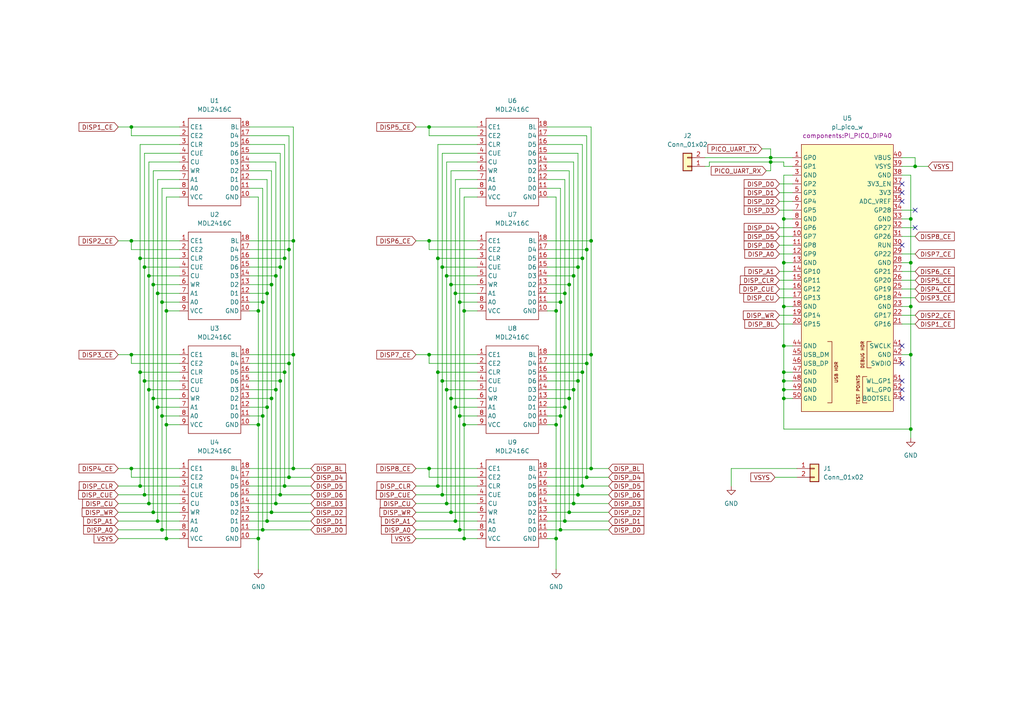
<source format=kicad_sch>
(kicad_sch (version 20211123) (generator eeschema)
  (paper "A4")
  (lib_symbols
    (symbol "Connector_Generic:Conn_01x02" (pin_names (offset 1.016) hide)
      (property "Reference" "J" (at 0 2.54 0))
      (property "Value" "Conn_01x02" (at 0 -5.08 0))
      (symbol "Conn_01x02_1_1"
        (rectangle (start -1.27 -2.413) (end 0 -2.667) (stroke (width 0.1524)))
        (rectangle (start -1.27 0.127) (end 0 -0.127) (stroke (width 0.1524)))
        (rectangle (start -1.27 1.27) (end 1.27 -3.81) (stroke (width 0.254)) (fill (type background)))
        (pin passive line (at -5.08 0 0) (length 3.81) (name "Pin_1") (number "1"))
        (pin passive line (at -5.08 -2.54 0) (length 3.81) (name "Pin_2") (number "2"))
      )
    )
    (symbol "MyComponents:MDL2416C"
      (property "Reference" "U" (at 0 0 0))
      (property "Value" "MDL2416C" (at 0 -15.24 0))
      (symbol "MDL2416C_0_1"
        (polyline (pts (xy 7.62 12.7) (xy 7.62 -12.7) (xy -7.62 -12.7) (xy -7.62 12.7) (xy 7.62 12.7)))
      )
      (symbol "MDL2416C_1_1"
        (pin input line (at -10.16 10.16 0) (length 2.54) (name "CE1") (number "1"))
        (pin power_in line (at 10.16 -10.16 180) (length 2.54) (name "GND") (number "10"))
        (pin input line (at 10.16 -7.62 180) (length 2.54) (name "D0") (number "11"))
        (pin input line (at 10.16 -5.08 180) (length 2.54) (name "D1") (number "12"))
        (pin input line (at 10.16 -2.54 180) (length 2.54) (name "D2") (number "13"))
        (pin input line (at 10.16 0 180) (length 2.54) (name "D3") (number "14"))
        (pin input line (at 10.16 2.54 180) (length 2.54) (name "D6") (number "15"))
        (pin input line (at 10.16 5.08 180) (length 2.54) (name "D5") (number "16"))
        (pin input line (at 10.16 7.62 180) (length 2.54) (name "D4") (number "17"))
        (pin input line (at 10.16 10.16 180) (length 2.54) (name "BL") (number "18"))
        (pin input line (at -10.16 7.62 0) (length 2.54) (name "CE2") (number "2"))
        (pin input line (at -10.16 5.08 0) (length 2.54) (name "CLR") (number "3"))
        (pin input line (at -10.16 2.54 0) (length 2.54) (name "CUE") (number "4"))
        (pin input line (at -10.16 0 0) (length 2.54) (name "CU") (number "5"))
        (pin input line (at -10.16 -2.54 0) (length 2.54) (name "WR") (number "6"))
        (pin input line (at -10.16 -5.08 0) (length 2.54) (name "A1") (number "7"))
        (pin input line (at -10.16 -7.62 0) (length 2.54) (name "A0") (number "8"))
        (pin power_in line (at -10.16 -10.16 0) (length 2.54) (name "VCC") (number "9"))
      )
    )
    (symbol "MyComponents:pi_pico_w"
      (property "Reference" "U" (at 0 15.24 0))
      (property "Value" "pi_pico_w" (at 0 29.21 0))
      (property "Footprint" "components:pi_pico_w" (at 0 -24.13 0))
      (symbol "pi_pico_w_0_0"
        (polyline (pts (xy 5.08 -44.45) (xy 3.81 -44.45) (xy 3.81 -36.83) (xy 5.08 -36.83)))
        (text "DEBUG HDR" (at 3.81 -30.48 900) (effects (font (size 0.9 0.9))))
        (text "TEST POINTS" (at 2.54 -40.64 900) (effects (font (size 0.9 0.9))))
        (text "USB HDR" (at -3.81 -35.56 900) (effects (font (size 0.9 0.9))))
      )
      (symbol "pi_pico_w_0_1"
        (rectangle (start -13.97 30.48) (end 12.7 -46.99) (fill (type background)))
        (polyline (pts (xy -6.35 -44.45) (xy -5.08 -44.45) (xy -5.08 -26.67) (xy -6.35 -26.67)))
        (polyline (pts (xy 6.35 -26.67) (xy 5.08 -26.67) (xy 5.08 -34.29) (xy 6.35 -34.29)))
      )
      (symbol "pi_pico_w_1_1"
        (pin bidirectional line (at -16.51 26.67 0) (length 2.54) (name "GP0") (number "1"))
        (pin bidirectional line (at -16.51 3.81 0) (length 2.54) (name "GP7") (number "10"))
        (pin bidirectional line (at -16.51 1.27 0) (length 2.54) (name "GP8") (number "11"))
        (pin bidirectional line (at -16.51 -1.27 0) (length 2.54) (name "GP9") (number "12"))
        (pin bidirectional line (at -16.51 -3.81 0) (length 2.54) (name "GND") (number "13"))
        (pin bidirectional line (at -16.51 -6.35 0) (length 2.54) (name "GP10") (number "14"))
        (pin bidirectional line (at -16.51 -8.89 0) (length 2.54) (name "GP11") (number "15"))
        (pin bidirectional line (at -16.51 -11.43 0) (length 2.54) (name "GP12") (number "16"))
        (pin bidirectional line (at -16.51 -13.97 0) (length 2.54) (name "GP13") (number "17"))
        (pin bidirectional line (at -16.51 -16.51 0) (length 2.54) (name "GND") (number "18"))
        (pin bidirectional line (at -16.51 -19.05 0) (length 2.54) (name "GP14") (number "19"))
        (pin bidirectional line (at -16.51 24.13 0) (length 2.54) (name "GP1") (number "2"))
        (pin bidirectional line (at -16.51 -21.59 0) (length 2.54) (name "GP15") (number "20"))
        (pin bidirectional line (at 15.24 -21.59 180) (length 2.54) (name "GP16") (number "21"))
        (pin bidirectional line (at 15.24 -19.05 180) (length 2.54) (name "GP17") (number "22"))
        (pin bidirectional line (at 15.24 -16.51 180) (length 2.54) (name "GND") (number "23"))
        (pin bidirectional line (at 15.24 -13.97 180) (length 2.54) (name "GP18") (number "24"))
        (pin bidirectional line (at 15.24 -11.43 180) (length 2.54) (name "GP19") (number "25"))
        (pin bidirectional line (at 15.24 -8.89 180) (length 2.54) (name "GP20") (number "26"))
        (pin bidirectional line (at 15.24 -6.35 180) (length 2.54) (name "GP21") (number "27"))
        (pin bidirectional line (at 15.24 -3.81 180) (length 2.54) (name "GND") (number "28"))
        (pin bidirectional line (at 15.24 -1.27 180) (length 2.54) (name "GP22") (number "29"))
        (pin bidirectional line (at -16.51 21.59 0) (length 2.54) (name "GND") (number "3"))
        (pin bidirectional line (at 15.24 1.27 180) (length 2.54) (name "RUN") (number "30"))
        (pin bidirectional line (at 15.24 3.81 180) (length 2.54) (name "GP26") (number "31"))
        (pin bidirectional line (at 15.24 6.35 180) (length 2.54) (name "GP27") (number "32"))
        (pin bidirectional line (at 15.24 8.89 180) (length 2.54) (name "GND") (number "33"))
        (pin bidirectional line (at 15.24 11.43 180) (length 2.54) (name "GP28") (number "34"))
        (pin input line (at 15.24 13.97 180) (length 2.54) (name "ADC_VREF") (number "35"))
        (pin power_out line (at 15.24 16.51 180) (length 2.54) (name "3V3") (number "36"))
        (pin input line (at 15.24 19.05 180) (length 2.54) (name "3V3_EN") (number "37"))
        (pin bidirectional line (at 15.24 21.59 180) (length 2.54) (name "GND") (number "38"))
        (pin power_in line (at 15.24 24.13 180) (length 2.54) (name "VSYS") (number "39"))
        (pin bidirectional line (at -16.51 19.05 0) (length 2.54) (name "GP2") (number "4"))
        (pin power_in line (at 15.24 26.67 180) (length 2.54) (name "VBUS") (number "40"))
        (pin bidirectional line (at 15.24 -27.94 180) (length 2.54) (name "SWCLK") (number "41"))
        (pin bidirectional line (at 15.24 -30.48 180) (length 2.54) (name "GND") (number "42"))
        (pin bidirectional line (at 15.24 -33.02 180) (length 2.54) (name "SWDIO") (number "43"))
        (pin bidirectional line (at -16.51 -27.94 0) (length 2.54) (name "GND") (number "44"))
        (pin bidirectional line (at -16.51 -30.48 0) (length 2.54) (name "USB_DM") (number "45"))
        (pin bidirectional line (at -16.51 -33.02 0) (length 2.54) (name "USB_DP") (number "46"))
        (pin bidirectional line (at -16.51 -35.56 0) (length 2.54) (name "GND") (number "47"))
        (pin bidirectional line (at -16.51 -38.1 0) (length 2.54) (name "GND") (number "48"))
        (pin bidirectional line (at -16.51 -40.64 0) (length 2.54) (name "GND") (number "49"))
        (pin bidirectional line (at -16.51 16.51 0) (length 2.54) (name "GP3") (number "5"))
        (pin bidirectional line (at -16.51 -43.18 0) (length 2.54) (name "GND") (number "50"))
        (pin bidirectional line (at 15.24 -38.1 180) (length 2.54) (name "WL_GP1") (number "51"))
        (pin bidirectional line (at 15.24 -40.64 180) (length 2.54) (name "WL_GP0") (number "52"))
        (pin bidirectional line (at 15.24 -43.18 180) (length 2.54) (name "BOOTSEL") (number "53"))
        (pin bidirectional line (at -16.51 13.97 0) (length 2.54) (name "GP4") (number "6"))
        (pin bidirectional line (at -16.51 11.43 0) (length 2.54) (name "GP5") (number "7"))
        (pin bidirectional line (at -16.51 8.89 0) (length 2.54) (name "GND") (number "8"))
        (pin bidirectional line (at -16.51 6.35 0) (length 2.54) (name "GP6") (number "9"))
      )
    )
    (symbol "power:GND" (power) (pin_names (offset 0))
      (property "Value" "GND" (at 0 -3.81 0))
      (symbol "GND_0_1"
        (polyline (pts (xy 0 0) (xy 0 -1.27) (xy 1.27 -1.27) (xy 0 -2.54) (xy -1.27 -1.27) (xy 0 -1.27)))
      )
      (symbol "GND_1_1"
        (pin power_in line (at 0 0 270) (length 0) hide (name "GND") (number "1"))
      )
    )
  )
  (junction (at 265.43 48.26))
  (junction (at 81.28 143.51))
  (junction (at 38.1 36.83))
  (junction (at 264.16 63.5))
  (junction (at 264.16 124.46))
  (junction (at 168.91 140.97))
  (junction (at 38.1 102.87))
  (junction (at 44.45 115.57))
  (junction (at 83.82 105.41))
  (junction (at 227.33 63.5))
  (junction (at 170.18 138.43))
  (junction (at 134.62 123.19))
  (junction (at 44.45 148.59))
  (junction (at 132.08 151.13))
  (junction (at 124.46 36.83))
  (junction (at 78.74 148.59))
  (junction (at 134.62 156.21))
  (junction (at 48.26 90.17))
  (junction (at 264.16 102.87))
  (junction (at 74.93 90.17))
  (junction (at 165.1 148.59))
  (junction (at 161.29 123.19))
  (junction (at 76.2 120.65))
  (junction (at 223.52 45.72))
  (junction (at 227.33 110.49))
  (junction (at 41.91 77.47))
  (junction (at 124.46 135.89))
  (junction (at 132.08 85.09))
  (junction (at 133.35 87.63))
  (junction (at 43.18 80.01))
  (junction (at 170.18 72.39))
  (junction (at 128.27 143.51))
  (junction (at 132.08 118.11))
  (junction (at 129.54 113.03))
  (junction (at 124.46 69.85))
  (junction (at 76.2 87.63))
  (junction (at 83.82 138.43))
  (junction (at 81.28 77.47))
  (junction (at 171.45 69.85))
  (junction (at 171.45 102.87))
  (junction (at 170.18 105.41))
  (junction (at 223.52 46.99))
  (junction (at 163.83 118.11))
  (junction (at 166.37 146.05))
  (junction (at 82.55 74.93))
  (junction (at 130.81 82.55))
  (junction (at 133.35 153.67))
  (junction (at 82.55 107.95))
  (junction (at 133.35 120.65))
  (junction (at 85.09 69.85))
  (junction (at 165.1 82.55))
  (junction (at 81.28 110.49))
  (junction (at 128.27 77.47))
  (junction (at 38.1 135.89))
  (junction (at 161.29 156.21))
  (junction (at 129.54 80.01))
  (junction (at 264.16 76.2))
  (junction (at 128.27 110.49))
  (junction (at 167.64 110.49))
  (junction (at 227.33 76.2))
  (junction (at 78.74 115.57))
  (junction (at 74.93 156.21))
  (junction (at 45.72 85.09))
  (junction (at 264.16 88.9))
  (junction (at 40.64 74.93))
  (junction (at 83.82 72.39))
  (junction (at 44.45 82.55))
  (junction (at 227.33 100.33))
  (junction (at 48.26 156.21))
  (junction (at 171.45 135.89))
  (junction (at 134.62 90.17))
  (junction (at 80.01 80.01))
  (junction (at 166.37 113.03))
  (junction (at 130.81 115.57))
  (junction (at 46.99 153.67))
  (junction (at 77.47 118.11))
  (junction (at 38.1 69.85))
  (junction (at 41.91 110.49))
  (junction (at 127 140.97))
  (junction (at 40.64 107.95))
  (junction (at 227.33 113.03))
  (junction (at 165.1 115.57))
  (junction (at 76.2 153.67))
  (junction (at 85.09 135.89))
  (junction (at 46.99 120.65))
  (junction (at 127 107.95))
  (junction (at 45.72 118.11))
  (junction (at 161.29 90.17))
  (junction (at 162.56 87.63))
  (junction (at 43.18 113.03))
  (junction (at 168.91 74.93))
  (junction (at 77.47 151.13))
  (junction (at 80.01 146.05))
  (junction (at 227.33 107.95))
  (junction (at 166.37 80.01))
  (junction (at 48.26 123.19))
  (junction (at 80.01 113.03))
  (junction (at 74.93 123.19))
  (junction (at 85.09 102.87))
  (junction (at 77.47 85.09))
  (junction (at 167.64 77.47))
  (junction (at 43.18 146.05))
  (junction (at 129.54 146.05))
  (junction (at 124.46 102.87))
  (junction (at 46.99 87.63))
  (junction (at 167.64 143.51))
  (junction (at 162.56 120.65))
  (junction (at 40.64 140.97))
  (junction (at 162.56 153.67))
  (junction (at 227.33 88.9))
  (junction (at 41.91 143.51))
  (junction (at 78.74 82.55))
  (junction (at 163.83 151.13))
  (junction (at 127 74.93))
  (junction (at 82.55 140.97))
  (junction (at 163.83 85.09))
  (junction (at 130.81 148.59))
  (junction (at 45.72 151.13))
  (junction (at 227.33 115.57))
  (junction (at 168.91 107.95))
  (no_connect (at 261.62 100.33))
  (no_connect (at 265.43 66.04))
  (no_connect (at 261.62 105.41))
  (no_connect (at 261.62 110.49))
  (no_connect (at 261.62 53.34))
  (no_connect (at 261.62 55.88))
  (no_connect (at 261.62 71.12))
  (no_connect (at 261.62 58.42))
  (no_connect (at 261.62 113.03))
  (no_connect (at 265.43 60.96))
  (no_connect (at 261.62 115.57))
  (wire (pts (xy 264.16 102.87) (xy 261.62 102.87)))
  (wire (pts (xy 133.35 120.65) (xy 133.35 153.67)))
  (wire (pts (xy 82.55 140.97) (xy 90.17 140.97)))
  (wire (pts (xy 129.54 113.03) (xy 138.43 113.03)))
  (wire (pts (xy 167.64 110.49) (xy 167.64 143.51)))
  (wire (pts (xy 72.39 85.09) (xy 77.47 85.09)))
  (wire (pts (xy 167.64 143.51) (xy 176.53 143.51)))
  (wire (pts (xy 80.01 46.99) (xy 80.01 80.01)))
  (wire (pts (xy 44.45 82.55) (xy 44.45 115.57)))
  (wire (pts (xy 83.82 105.41) (xy 83.82 138.43)))
  (wire (pts (xy 72.39 41.91) (xy 82.55 41.91)))
  (wire (pts (xy 227.33 113.03) (xy 227.33 115.57)))
  (wire (pts (xy 229.87 50.8) (xy 227.33 50.8)))
  (wire (pts (xy 261.62 91.44) (xy 265.43 91.44)))
  (wire (pts (xy 52.07 44.45) (xy 41.91 44.45)))
  (wire (pts (xy 226.06 81.28) (xy 229.87 81.28)))
  (wire (pts (xy 78.74 82.55) (xy 72.39 82.55)))
  (wire (pts (xy 226.06 71.12) (xy 229.87 71.12)))
  (wire (pts (xy 158.75 85.09) (xy 163.83 85.09)))
  (wire (pts (xy 48.26 90.17) (xy 48.26 123.19)))
  (wire (pts (xy 76.2 54.61) (xy 76.2 87.63)))
  (wire (pts (xy 43.18 46.99) (xy 43.18 80.01)))
  (wire (pts (xy 76.2 87.63) (xy 76.2 120.65)))
  (wire (pts (xy 34.29 151.13) (xy 45.72 151.13)))
  (wire (pts (xy 120.65 148.59) (xy 130.81 148.59)))
  (wire (pts (xy 72.39 105.41) (xy 83.82 105.41)))
  (wire (pts (xy 222.25 49.53) (xy 223.52 49.53)))
  (wire (pts (xy 52.07 57.15) (xy 48.26 57.15)))
  (wire (pts (xy 162.56 120.65) (xy 162.56 153.67)))
  (wire (pts (xy 162.56 54.61) (xy 162.56 87.63)))
  (wire (pts (xy 34.29 148.59) (xy 44.45 148.59)))
  (wire (pts (xy 138.43 123.19) (xy 134.62 123.19)))
  (wire (pts (xy 161.29 156.21) (xy 158.75 156.21)))
  (wire (pts (xy 132.08 118.11) (xy 138.43 118.11)))
  (wire (pts (xy 76.2 153.67) (xy 90.17 153.67)))
  (wire (pts (xy 46.99 54.61) (xy 46.99 87.63)))
  (wire (pts (xy 43.18 80.01) (xy 52.07 80.01)))
  (wire (pts (xy 129.54 46.99) (xy 129.54 80.01)))
  (wire (pts (xy 46.99 120.65) (xy 52.07 120.65)))
  (wire (pts (xy 227.33 115.57) (xy 229.87 115.57)))
  (wire (pts (xy 78.74 115.57) (xy 78.74 148.59)))
  (wire (pts (xy 261.62 60.96) (xy 265.43 60.96)))
  (wire (pts (xy 226.06 60.96) (xy 229.87 60.96)))
  (wire (pts (xy 158.75 135.89) (xy 171.45 135.89)))
  (wire (pts (xy 83.82 138.43) (xy 90.17 138.43)))
  (wire (pts (xy 80.01 146.05) (xy 72.39 146.05)))
  (wire (pts (xy 162.56 153.67) (xy 158.75 153.67)))
  (wire (pts (xy 38.1 39.37) (xy 52.07 39.37)))
  (wire (pts (xy 223.52 46.99) (xy 227.33 46.99)))
  (wire (pts (xy 162.56 87.63) (xy 158.75 87.63)))
  (wire (pts (xy 166.37 146.05) (xy 158.75 146.05)))
  (wire (pts (xy 38.1 135.89) (xy 52.07 135.89)))
  (wire (pts (xy 41.91 77.47) (xy 52.07 77.47)))
  (wire (pts (xy 52.07 36.83) (xy 38.1 36.83)))
  (wire (pts (xy 77.47 118.11) (xy 72.39 118.11)))
  (wire (pts (xy 82.55 140.97) (xy 72.39 140.97)))
  (wire (pts (xy 158.75 49.53) (xy 165.1 49.53)))
  (wire (pts (xy 41.91 44.45) (xy 41.91 77.47)))
  (wire (pts (xy 168.91 140.97) (xy 176.53 140.97)))
  (wire (pts (xy 34.29 140.97) (xy 40.64 140.97)))
  (wire (pts (xy 227.33 50.8) (xy 227.33 63.5)))
  (wire (pts (xy 261.62 86.36) (xy 265.43 86.36)))
  (wire (pts (xy 170.18 72.39) (xy 170.18 105.41)))
  (wire (pts (xy 78.74 148.59) (xy 72.39 148.59)))
  (wire (pts (xy 77.47 151.13) (xy 90.17 151.13)))
  (wire (pts (xy 41.91 77.47) (xy 41.91 110.49)))
  (wire (pts (xy 83.82 72.39) (xy 72.39 72.39)))
  (wire (pts (xy 261.62 88.9) (xy 264.16 88.9)))
  (wire (pts (xy 165.1 148.59) (xy 176.53 148.59)))
  (wire (pts (xy 166.37 113.03) (xy 166.37 146.05)))
  (wire (pts (xy 72.39 52.07) (xy 77.47 52.07)))
  (wire (pts (xy 264.16 63.5) (xy 264.16 76.2)))
  (wire (pts (xy 132.08 85.09) (xy 132.08 118.11)))
  (wire (pts (xy 72.39 36.83) (xy 85.09 36.83)))
  (wire (pts (xy 130.81 49.53) (xy 130.81 82.55)))
  (wire (pts (xy 227.33 63.5) (xy 227.33 76.2)))
  (wire (pts (xy 138.43 54.61) (xy 133.35 54.61)))
  (wire (pts (xy 124.46 105.41) (xy 124.46 102.87)))
  (wire (pts (xy 48.26 90.17) (xy 52.07 90.17)))
  (wire (pts (xy 124.46 138.43) (xy 124.46 135.89)))
  (wire (pts (xy 48.26 123.19) (xy 48.26 156.21)))
  (wire (pts (xy 78.74 82.55) (xy 78.74 115.57)))
  (wire (pts (xy 224.79 138.43) (xy 231.14 138.43)))
  (wire (pts (xy 41.91 143.51) (xy 52.07 143.51)))
  (wire (pts (xy 165.1 115.57) (xy 158.75 115.57)))
  (wire (pts (xy 74.93 156.21) (xy 74.93 165.1)))
  (wire (pts (xy 72.39 39.37) (xy 83.82 39.37)))
  (wire (pts (xy 81.28 77.47) (xy 81.28 110.49)))
  (wire (pts (xy 77.47 118.11) (xy 77.47 151.13)))
  (wire (pts (xy 227.33 88.9) (xy 227.33 100.33)))
  (wire (pts (xy 133.35 87.63) (xy 133.35 120.65)))
  (wire (pts (xy 45.72 118.11) (xy 45.72 151.13)))
  (wire (pts (xy 227.33 63.5) (xy 229.87 63.5)))
  (wire (pts (xy 226.06 68.58) (xy 229.87 68.58)))
  (wire (pts (xy 264.16 124.46) (xy 264.16 127)))
  (wire (pts (xy 229.87 100.33) (xy 227.33 100.33)))
  (wire (pts (xy 161.29 123.19) (xy 158.75 123.19)))
  (wire (pts (xy 261.62 78.74) (xy 265.43 78.74)))
  (wire (pts (xy 85.09 69.85) (xy 85.09 102.87)))
  (wire (pts (xy 130.81 82.55) (xy 138.43 82.55)))
  (wire (pts (xy 120.65 36.83) (xy 124.46 36.83)))
  (wire (pts (xy 226.06 83.82) (xy 229.87 83.82)))
  (wire (pts (xy 166.37 146.05) (xy 176.53 146.05)))
  (wire (pts (xy 80.01 80.01) (xy 72.39 80.01)))
  (wire (pts (xy 133.35 120.65) (xy 138.43 120.65)))
  (wire (pts (xy 168.91 74.93) (xy 158.75 74.93)))
  (wire (pts (xy 82.55 74.93) (xy 72.39 74.93)))
  (wire (pts (xy 170.18 39.37) (xy 170.18 72.39)))
  (wire (pts (xy 128.27 110.49) (xy 138.43 110.49)))
  (wire (pts (xy 227.33 88.9) (xy 229.87 88.9)))
  (wire (pts (xy 45.72 52.07) (xy 45.72 85.09)))
  (wire (pts (xy 77.47 85.09) (xy 77.47 118.11)))
  (wire (pts (xy 227.33 110.49) (xy 227.33 113.03)))
  (wire (pts (xy 165.1 49.53) (xy 165.1 82.55)))
  (wire (pts (xy 138.43 52.07) (xy 132.08 52.07)))
  (wire (pts (xy 138.43 44.45) (xy 128.27 44.45)))
  (wire (pts (xy 161.29 156.21) (xy 161.29 165.1)))
  (wire (pts (xy 264.16 50.8) (xy 264.16 63.5)))
  (wire (pts (xy 38.1 72.39) (xy 38.1 69.85)))
  (wire (pts (xy 166.37 113.03) (xy 158.75 113.03)))
  (wire (pts (xy 40.64 140.97) (xy 52.07 140.97)))
  (wire (pts (xy 76.2 120.65) (xy 76.2 153.67)))
  (wire (pts (xy 162.56 87.63) (xy 162.56 120.65)))
  (wire (pts (xy 128.27 44.45) (xy 128.27 77.47)))
  (wire (pts (xy 261.62 76.2) (xy 264.16 76.2)))
  (wire (pts (xy 72.39 135.89) (xy 85.09 135.89)))
  (wire (pts (xy 134.62 90.17) (xy 134.62 123.19)))
  (wire (pts (xy 229.87 107.95) (xy 227.33 107.95)))
  (wire (pts (xy 44.45 115.57) (xy 52.07 115.57)))
  (wire (pts (xy 265.43 45.72) (xy 265.43 48.26)))
  (wire (pts (xy 132.08 118.11) (xy 132.08 151.13)))
  (wire (pts (xy 85.09 69.85) (xy 72.39 69.85)))
  (wire (pts (xy 158.75 107.95) (xy 168.91 107.95)))
  (wire (pts (xy 72.39 90.17) (xy 74.93 90.17)))
  (wire (pts (xy 124.46 36.83) (xy 124.46 39.37)))
  (wire (pts (xy 129.54 80.01) (xy 138.43 80.01)))
  (wire (pts (xy 82.55 107.95) (xy 82.55 140.97)))
  (wire (pts (xy 40.64 107.95) (xy 40.64 140.97)))
  (wire (pts (xy 138.43 72.39) (xy 124.46 72.39)))
  (wire (pts (xy 261.62 63.5) (xy 264.16 63.5)))
  (wire (pts (xy 134.62 123.19) (xy 134.62 156.21)))
  (wire (pts (xy 226.06 73.66) (xy 229.87 73.66)))
  (wire (pts (xy 261.62 81.28) (xy 265.43 81.28)))
  (wire (pts (xy 168.91 41.91) (xy 168.91 74.93)))
  (wire (pts (xy 133.35 153.67) (xy 138.43 153.67)))
  (wire (pts (xy 120.65 140.97) (xy 127 140.97)))
  (wire (pts (xy 220.98 43.18) (xy 223.52 43.18)))
  (wire (pts (xy 78.74 115.57) (xy 72.39 115.57)))
  (wire (pts (xy 227.33 124.46) (xy 264.16 124.46)))
  (wire (pts (xy 129.54 146.05) (xy 138.43 146.05)))
  (wire (pts (xy 124.46 72.39) (xy 124.46 69.85)))
  (wire (pts (xy 212.09 135.89) (xy 212.09 140.97)))
  (wire (pts (xy 261.62 50.8) (xy 264.16 50.8)))
  (wire (pts (xy 168.91 140.97) (xy 158.75 140.97)))
  (wire (pts (xy 81.28 44.45) (xy 81.28 77.47)))
  (wire (pts (xy 74.93 123.19) (xy 72.39 123.19)))
  (wire (pts (xy 120.65 143.51) (xy 128.27 143.51)))
  (wire (pts (xy 264.16 76.2) (xy 264.16 88.9)))
  (wire (pts (xy 132.08 52.07) (xy 132.08 85.09)))
  (wire (pts (xy 128.27 77.47) (xy 138.43 77.47)))
  (wire (pts (xy 45.72 118.11) (xy 52.07 118.11)))
  (wire (pts (xy 83.82 72.39) (xy 83.82 105.41)))
  (wire (pts (xy 74.93 123.19) (xy 74.93 156.21)))
  (wire (pts (xy 171.45 69.85) (xy 158.75 69.85)))
  (wire (pts (xy 158.75 44.45) (xy 167.64 44.45)))
  (wire (pts (xy 120.65 135.89) (xy 124.46 135.89)))
  (wire (pts (xy 77.47 52.07) (xy 77.47 85.09)))
  (wire (pts (xy 120.65 156.21) (xy 134.62 156.21)))
  (wire (pts (xy 72.39 44.45) (xy 81.28 44.45)))
  (wire (pts (xy 226.06 78.74) (xy 229.87 78.74)))
  (wire (pts (xy 45.72 85.09) (xy 52.07 85.09)))
  (wire (pts (xy 158.75 52.07) (xy 163.83 52.07)))
  (wire (pts (xy 158.75 105.41) (xy 170.18 105.41)))
  (wire (pts (xy 223.52 46.99) (xy 223.52 49.53)))
  (wire (pts (xy 34.29 156.21) (xy 48.26 156.21)))
  (wire (pts (xy 130.81 82.55) (xy 130.81 115.57)))
  (wire (pts (xy 34.29 102.87) (xy 38.1 102.87)))
  (wire (pts (xy 134.62 156.21) (xy 138.43 156.21)))
  (wire (pts (xy 167.64 44.45) (xy 167.64 77.47)))
  (wire (pts (xy 163.83 52.07) (xy 163.83 85.09)))
  (wire (pts (xy 167.64 143.51) (xy 158.75 143.51)))
  (wire (pts (xy 138.43 41.91) (xy 127 41.91)))
  (wire (pts (xy 41.91 110.49) (xy 41.91 143.51)))
  (wire (pts (xy 48.26 57.15) (xy 48.26 90.17)))
  (wire (pts (xy 226.06 58.42) (xy 229.87 58.42)))
  (wire (pts (xy 205.74 46.99) (xy 223.52 46.99)))
  (wire (pts (xy 138.43 138.43) (xy 124.46 138.43)))
  (wire (pts (xy 163.83 85.09) (xy 163.83 118.11)))
  (wire (pts (xy 81.28 77.47) (xy 72.39 77.47)))
  (wire (pts (xy 227.33 76.2) (xy 227.33 88.9)))
  (wire (pts (xy 43.18 113.03) (xy 43.18 146.05)))
  (wire (pts (xy 138.43 49.53) (xy 130.81 49.53)))
  (wire (pts (xy 34.29 153.67) (xy 46.99 153.67)))
  (wire (pts (xy 46.99 87.63) (xy 46.99 120.65)))
  (wire (pts (xy 170.18 138.43) (xy 176.53 138.43)))
  (wire (pts (xy 161.29 57.15) (xy 161.29 90.17)))
  (wire (pts (xy 52.07 41.91) (xy 40.64 41.91)))
  (wire (pts (xy 134.62 57.15) (xy 134.62 90.17)))
  (wire (pts (xy 40.64 107.95) (xy 52.07 107.95)))
  (wire (pts (xy 158.75 90.17) (xy 161.29 90.17)))
  (wire (pts (xy 227.33 100.33) (xy 227.33 107.95)))
  (wire (pts (xy 46.99 120.65) (xy 46.99 153.67)))
  (wire (pts (xy 120.65 151.13) (xy 132.08 151.13)))
  (wire (pts (xy 227.33 48.26) (xy 229.87 48.26)))
  (wire (pts (xy 161.29 90.17) (xy 161.29 123.19)))
  (wire (pts (xy 165.1 148.59) (xy 158.75 148.59)))
  (wire (pts (xy 34.29 135.89) (xy 38.1 135.89)))
  (wire (pts (xy 265.43 48.26) (xy 269.24 48.26)))
  (wire (pts (xy 134.62 90.17) (xy 138.43 90.17)))
  (wire (pts (xy 38.1 36.83) (xy 38.1 39.37)))
  (wire (pts (xy 171.45 69.85) (xy 171.45 102.87)))
  (wire (pts (xy 212.09 135.89) (xy 231.14 135.89)))
  (wire (pts (xy 261.62 93.98) (xy 265.43 93.98)))
  (wire (pts (xy 52.07 49.53) (xy 44.45 49.53)))
  (wire (pts (xy 227.33 115.57) (xy 227.33 124.46)))
  (wire (pts (xy 83.82 138.43) (xy 72.39 138.43)))
  (wire (pts (xy 81.28 110.49) (xy 72.39 110.49)))
  (wire (pts (xy 133.35 54.61) (xy 133.35 87.63)))
  (wire (pts (xy 165.1 82.55) (xy 165.1 115.57)))
  (wire (pts (xy 226.06 55.88) (xy 229.87 55.88)))
  (wire (pts (xy 72.39 49.53) (xy 78.74 49.53)))
  (wire (pts (xy 227.33 110.49) (xy 229.87 110.49)))
  (wire (pts (xy 227.33 107.95) (xy 227.33 110.49)))
  (wire (pts (xy 264.16 88.9) (xy 264.16 102.87)))
  (wire (pts (xy 130.81 115.57) (xy 130.81 148.59)))
  (wire (pts (xy 34.29 143.51) (xy 41.91 143.51)))
  (wire (pts (xy 132.08 85.09) (xy 138.43 85.09)))
  (wire (pts (xy 74.93 90.17) (xy 74.93 123.19)))
  (wire (pts (xy 226.06 66.04) (xy 229.87 66.04)))
  (wire (pts (xy 163.83 151.13) (xy 176.53 151.13)))
  (wire (pts (xy 80.01 146.05) (xy 90.17 146.05)))
  (wire (pts (xy 128.27 77.47) (xy 128.27 110.49)))
  (wire (pts (xy 34.29 146.05) (xy 43.18 146.05)))
  (wire (pts (xy 72.39 57.15) (xy 74.93 57.15)))
  (wire (pts (xy 40.64 41.91) (xy 40.64 74.93)))
  (wire (pts (xy 261.62 45.72) (xy 265.43 45.72)))
  (wire (pts (xy 45.72 85.09) (xy 45.72 118.11)))
  (wire (pts (xy 76.2 120.65) (xy 72.39 120.65)))
  (wire (pts (xy 40.64 74.93) (xy 40.64 107.95)))
  (wire (pts (xy 163.83 118.11) (xy 158.75 118.11)))
  (wire (pts (xy 127 140.97) (xy 138.43 140.97)))
  (wire (pts (xy 80.01 113.03) (xy 72.39 113.03)))
  (wire (pts (xy 129.54 113.03) (xy 129.54 146.05)))
  (wire (pts (xy 40.64 74.93) (xy 52.07 74.93)))
  (wire (pts (xy 226.06 93.98) (xy 229.87 93.98)))
  (wire (pts (xy 52.07 46.99) (xy 43.18 46.99)))
  (wire (pts (xy 83.82 39.37) (xy 83.82 72.39)))
  (wire (pts (xy 158.75 39.37) (xy 170.18 39.37)))
  (wire (pts (xy 82.55 74.93) (xy 82.55 107.95)))
  (wire (pts (xy 120.65 146.05) (xy 129.54 146.05)))
  (wire (pts (xy 264.16 102.87) (xy 264.16 124.46)))
  (wire (pts (xy 85.09 36.83) (xy 85.09 69.85)))
  (wire (pts (xy 43.18 146.05) (xy 52.07 146.05)))
  (wire (pts (xy 158.75 57.15) (xy 161.29 57.15)))
  (wire (pts (xy 204.47 45.72) (xy 223.52 45.72)))
  (wire (pts (xy 81.28 110.49) (xy 81.28 143.51)))
  (wire (pts (xy 223.52 43.18) (xy 223.52 45.72)))
  (wire (pts (xy 72.39 46.99) (xy 80.01 46.99)))
  (wire (pts (xy 138.43 36.83) (xy 124.46 36.83)))
  (wire (pts (xy 46.99 87.63) (xy 52.07 87.63)))
  (wire (pts (xy 48.26 156.21) (xy 52.07 156.21)))
  (wire (pts (xy 52.07 105.41) (xy 38.1 105.41)))
  (wire (pts (xy 120.65 102.87) (xy 124.46 102.87)))
  (wire (pts (xy 120.65 69.85) (xy 124.46 69.85)))
  (wire (pts (xy 80.01 80.01) (xy 80.01 113.03)))
  (wire (pts (xy 261.62 68.58) (xy 265.43 68.58)))
  (wire (pts (xy 82.55 41.91) (xy 82.55 74.93)))
  (wire (pts (xy 85.09 135.89) (xy 90.17 135.89)))
  (wire (pts (xy 38.1 69.85) (xy 52.07 69.85)))
  (wire (pts (xy 38.1 102.87) (xy 52.07 102.87)))
  (wire (pts (xy 129.54 80.01) (xy 129.54 113.03)))
  (wire (pts (xy 81.28 143.51) (xy 72.39 143.51)))
  (wire (pts (xy 226.06 86.36) (xy 229.87 86.36)))
  (wire (pts (xy 128.27 110.49) (xy 128.27 143.51)))
  (wire (pts (xy 227.33 46.99) (xy 227.33 48.26)))
  (wire (pts (xy 204.47 48.26) (xy 205.74 48.26)))
  (wire (pts (xy 72.39 102.87) (xy 85.09 102.87)))
  (wire (pts (xy 158.75 41.91) (xy 168.91 41.91)))
  (wire (pts (xy 138.43 57.15) (xy 134.62 57.15)))
  (wire (pts (xy 133.35 87.63) (xy 138.43 87.63)))
  (wire (pts (xy 163.83 118.11) (xy 163.83 151.13)))
  (wire (pts (xy 120.65 153.67) (xy 133.35 153.67)))
  (wire (pts (xy 138.43 46.99) (xy 129.54 46.99)))
  (wire (pts (xy 171.45 135.89) (xy 176.53 135.89)))
  (wire (pts (xy 161.29 123.19) (xy 161.29 156.21)))
  (wire (pts (xy 44.45 148.59) (xy 52.07 148.59)))
  (wire (pts (xy 226.06 91.44) (xy 229.87 91.44)))
  (wire (pts (xy 167.64 110.49) (xy 158.75 110.49)))
  (wire (pts (xy 205.74 48.26) (xy 205.74 46.99)))
  (wire (pts (xy 168.91 74.93) (xy 168.91 107.95)))
  (wire (pts (xy 166.37 80.01) (xy 158.75 80.01)))
  (wire (pts (xy 127 107.95) (xy 138.43 107.95)))
  (wire (pts (xy 124.46 39.37) (xy 138.43 39.37)))
  (wire (pts (xy 77.47 151.13) (xy 72.39 151.13)))
  (wire (pts (xy 44.45 49.53) (xy 44.45 82.55)))
  (wire (pts (xy 132.08 151.13) (xy 138.43 151.13)))
  (wire (pts (xy 76.2 153.67) (xy 72.39 153.67)))
  (wire (pts (xy 127 74.93) (xy 127 107.95)))
  (wire (pts (xy 85.09 102.87) (xy 85.09 135.89)))
  (wire (pts (xy 158.75 54.61) (xy 162.56 54.61)))
  (wire (pts (xy 158.75 36.83) (xy 171.45 36.83)))
  (wire (pts (xy 170.18 72.39) (xy 158.75 72.39)))
  (wire (pts (xy 124.46 135.89) (xy 138.43 135.89)))
  (wire (pts (xy 166.37 46.99) (xy 166.37 80.01)))
  (wire (pts (xy 78.74 148.59) (xy 90.17 148.59)))
  (wire (pts (xy 52.07 52.07) (xy 45.72 52.07)))
  (wire (pts (xy 167.64 77.47) (xy 158.75 77.47)))
  (wire (pts (xy 158.75 102.87) (xy 171.45 102.87)))
  (wire (pts (xy 171.45 36.83) (xy 171.45 69.85)))
  (wire (pts (xy 170.18 105.41) (xy 170.18 138.43)))
  (wire (pts (xy 41.91 110.49) (xy 52.07 110.49)))
  (wire (pts (xy 74.93 57.15) (xy 74.93 90.17)))
  (wire (pts (xy 43.18 113.03) (xy 52.07 113.03)))
  (wire (pts (xy 167.64 77.47) (xy 167.64 110.49)))
  (wire (pts (xy 165.1 115.57) (xy 165.1 148.59)))
  (wire (pts (xy 44.45 82.55) (xy 52.07 82.55)))
  (wire (pts (xy 127 74.93) (xy 138.43 74.93)))
  (wire (pts (xy 127 107.95) (xy 127 140.97)))
  (wire (pts (xy 34.29 36.83) (xy 38.1 36.83)))
  (wire (pts (xy 44.45 115.57) (xy 44.45 148.59)))
  (wire (pts (xy 52.07 72.39) (xy 38.1 72.39)))
  (wire (pts (xy 52.07 54.61) (xy 46.99 54.61)))
  (wire (pts (xy 165.1 82.55) (xy 158.75 82.55)))
  (wire (pts (xy 138.43 105.41) (xy 124.46 105.41)))
  (wire (pts (xy 163.83 151.13) (xy 158.75 151.13)))
  (wire (pts (xy 261.62 83.82) (xy 265.43 83.82)))
  (wire (pts (xy 261.62 66.04) (xy 265.43 66.04)))
  (wire (pts (xy 45.72 151.13) (xy 52.07 151.13)))
  (wire (pts (xy 128.27 143.51) (xy 138.43 143.51)))
  (wire (pts (xy 130.81 115.57) (xy 138.43 115.57)))
  (wire (pts (xy 124.46 69.85) (xy 138.43 69.85)))
  (wire (pts (xy 168.91 107.95) (xy 168.91 140.97)))
  (wire (pts (xy 171.45 102.87) (xy 171.45 135.89)))
  (wire (pts (xy 130.81 148.59) (xy 138.43 148.59)))
  (wire (pts (xy 72.39 54.61) (xy 76.2 54.61)))
  (wire (pts (xy 72.39 107.95) (xy 82.55 107.95)))
  (wire (pts (xy 34.29 69.85) (xy 38.1 69.85)))
  (wire (pts (xy 158.75 46.99) (xy 166.37 46.99)))
  (wire (pts (xy 38.1 105.41) (xy 38.1 102.87)))
  (wire (pts (xy 43.18 80.01) (xy 43.18 113.03)))
  (wire (pts (xy 76.2 87.63) (xy 72.39 87.63)))
  (wire (pts (xy 52.07 138.43) (xy 38.1 138.43)))
  (wire (pts (xy 81.28 143.51) (xy 90.17 143.51)))
  (wire (pts (xy 166.37 80.01) (xy 166.37 113.03)))
  (wire (pts (xy 227.33 113.03) (xy 229.87 113.03)))
  (wire (pts (xy 127 41.91) (xy 127 74.93)))
  (wire (pts (xy 261.62 48.26) (xy 265.43 48.26)))
  (wire (pts (xy 124.46 102.87) (xy 138.43 102.87)))
  (wire (pts (xy 162.56 153.67) (xy 176.53 153.67)))
  (wire (pts (xy 162.56 120.65) (xy 158.75 120.65)))
  (wire (pts (xy 227.33 76.2) (xy 229.87 76.2)))
  (wire (pts (xy 80.01 113.03) (xy 80.01 146.05)))
  (wire (pts (xy 74.93 156.21) (xy 72.39 156.21)))
  (wire (pts (xy 226.06 53.34) (xy 229.87 53.34)))
  (wire (pts (xy 78.74 49.53) (xy 78.74 82.55)))
  (wire (pts (xy 170.18 138.43) (xy 158.75 138.43)))
  (wire (pts (xy 223.52 45.72) (xy 229.87 45.72)))
  (wire (pts (xy 261.62 73.66) (xy 265.43 73.66)))
  (wire (pts (xy 38.1 138.43) (xy 38.1 135.89)))
  (wire (pts (xy 46.99 153.67) (xy 52.07 153.67)))
  (wire (pts (xy 52.07 123.19) (xy 48.26 123.19)))
  (global_label "DISP_A1" (shape input) (at 34.29 151.13 180) (property "Intersheet References" "${INTERSHEET_REFS}" (effects hide)))
  (global_label "DISP6_CE" (shape input) (at 265.43 78.74 0) (property "Intersheet References" "${INTERSHEET_REFS}" (effects hide)))
  (global_label "DISP_WR" (shape input) (at 226.06 91.44 180) (property "Intersheet References" "${INTERSHEET_REFS}" (effects hide)))
  (global_label "DISP7_CE" (shape input) (at 265.43 73.66 0) (property "Intersheet References" "${INTERSHEET_REFS}" (effects hide)))
  (global_label "DISP_D2" (shape input) (at 226.06 58.42 180) (property "Intersheet References" "${INTERSHEET_REFS}" (effects hide)))
  (global_label "PICO_UART_TX" (shape input) (at 220.98 43.18 180) (property "Intersheet References" "${INTERSHEET_REFS}" (effects hide)))
  (global_label "DISP8_CE" (shape input) (at 120.65 135.89 180) (property "Intersheet References" "${INTERSHEET_REFS}" (effects hide)))
  (global_label "VSYS" (shape input) (at 34.29 156.21 180) (property "Intersheet References" "${INTERSHEET_REFS}" (effects hide)))
  (global_label "DISP_A0" (shape input) (at 120.65 153.67 180) (property "Intersheet References" "${INTERSHEET_REFS}" (effects hide)))
  (global_label "DISP1_CE" (shape input) (at 265.43 93.98 0) (property "Intersheet References" "${INTERSHEET_REFS}" (effects hide)))
  (global_label "DISP5_CE" (shape input) (at 265.43 81.28 0) (property "Intersheet References" "${INTERSHEET_REFS}" (effects hide)))
  (global_label "DISP3_CE" (shape input) (at 265.43 86.36 0) (property "Intersheet References" "${INTERSHEET_REFS}" (effects hide)))
  (global_label "DISP4_CE" (shape input) (at 265.43 83.82 0) (property "Intersheet References" "${INTERSHEET_REFS}" (effects hide)))
  (global_label "DISP_WR" (shape input) (at 34.29 148.59 180) (property "Intersheet References" "${INTERSHEET_REFS}" (effects hide)))
  (global_label "DISP_D3" (shape input) (at 90.17 146.05 0) (property "Intersheet References" "${INTERSHEET_REFS}" (effects hide)))
  (global_label "DISP_D0" (shape input) (at 90.17 153.67 0) (property "Intersheet References" "${INTERSHEET_REFS}" (effects hide)))
  (global_label "DISP6_CE" (shape input) (at 120.65 69.85 180) (property "Intersheet References" "${INTERSHEET_REFS}" (effects hide)))
  (global_label "DISP5_CE" (shape input) (at 120.65 36.83 180) (property "Intersheet References" "${INTERSHEET_REFS}" (effects hide)))
  (global_label "DISP_CU" (shape input) (at 120.65 146.05 180) (property "Intersheet References" "${INTERSHEET_REFS}" (effects hide)))
  (global_label "DISP_CUE" (shape input) (at 226.06 83.82 180) (property "Intersheet References" "${INTERSHEET_REFS}" (effects hide)))
  (global_label "DISP2_CE" (shape input) (at 265.43 91.44 0) (property "Intersheet References" "${INTERSHEET_REFS}" (effects hide)))
  (global_label "DISP4_CE" (shape input) (at 34.29 135.89 180) (property "Intersheet References" "${INTERSHEET_REFS}" (effects hide)))
  (global_label "DISP_D0" (shape input) (at 226.06 53.34 180) (property "Intersheet References" "${INTERSHEET_REFS}" (effects hide)))
  (global_label "DISP_D6" (shape input) (at 176.53 143.51 0) (property "Intersheet References" "${INTERSHEET_REFS}" (effects hide)))
  (global_label "DISP_D0" (shape input) (at 176.53 153.67 0) (property "Intersheet References" "${INTERSHEET_REFS}" (effects hide)))
  (global_label "DISP3_CE" (shape input) (at 34.29 102.87 180) (property "Intersheet References" "${INTERSHEET_REFS}" (effects hide)))
  (global_label "DISP_CU" (shape input) (at 226.06 86.36 180) (property "Intersheet References" "${INTERSHEET_REFS}" (effects hide)))
  (global_label "DISP_WR" (shape input) (at 120.65 148.59 180) (property "Intersheet References" "${INTERSHEET_REFS}" (effects hide)))
  (global_label "DISP1_CE" (shape input) (at 34.29 36.83 180) (property "Intersheet References" "${INTERSHEET_REFS}" (effects hide)))
  (global_label "DISP_D1" (shape input) (at 176.53 151.13 0) (property "Intersheet References" "${INTERSHEET_REFS}" (effects hide)))
  (global_label "DISP_CLR" (shape input) (at 226.06 81.28 180) (property "Intersheet References" "${INTERSHEET_REFS}" (effects hide)))
  (global_label "DISP7_CE" (shape input) (at 120.65 102.87 180) (property "Intersheet References" "${INTERSHEET_REFS}" (effects hide)))
  (global_label "DISP_CLR" (shape input) (at 34.29 140.97 180) (property "Intersheet References" "${INTERSHEET_REFS}" (effects hide)))
  (global_label "DISP_A0" (shape input) (at 226.06 73.66 180) (property "Intersheet References" "${INTERSHEET_REFS}" (effects hide)))
  (global_label "DISP2_CE" (shape input) (at 34.29 69.85 180) (property "Intersheet References" "${INTERSHEET_REFS}" (effects hide)))
  (global_label "DISP_D3" (shape input) (at 176.53 146.05 0) (property "Intersheet References" "${INTERSHEET_REFS}" (effects hide)))
  (global_label "DISP_A1" (shape input) (at 120.65 151.13 180) (property "Intersheet References" "${INTERSHEET_REFS}" (effects hide)))
  (global_label "DISP_D2" (shape input) (at 90.17 148.59 0) (property "Intersheet References" "${INTERSHEET_REFS}" (effects hide)))
  (global_label "DISP_CU" (shape input) (at 34.29 146.05 180) (property "Intersheet References" "${INTERSHEET_REFS}" (effects hide)))
  (global_label "DISP_D1" (shape input) (at 226.06 55.88 180) (property "Intersheet References" "${INTERSHEET_REFS}" (effects hide)))
  (global_label "DISP_D6" (shape input) (at 90.17 143.51 0) (property "Intersheet References" "${INTERSHEET_REFS}" (effects hide)))
  (global_label "DISP_D6" (shape input) (at 226.06 71.12 180) (property "Intersheet References" "${INTERSHEET_REFS}" (effects hide)))
  (global_label "DISP_D3" (shape input) (at 226.06 60.96 180) (property "Intersheet References" "${INTERSHEET_REFS}" (effects hide)))
  (global_label "DISP_A1" (shape input) (at 226.06 78.74 180) (property "Intersheet References" "${INTERSHEET_REFS}" (effects hide)))
  (global_label "DISP_CLR" (shape input) (at 120.65 140.97 180) (property "Intersheet References" "${INTERSHEET_REFS}" (effects hide)))
  (global_label "VSYS" (shape input) (at 224.79 138.43 180) (property "Intersheet References" "${INTERSHEET_REFS}" (effects hide)))
  (global_label "DISP_D4" (shape input) (at 226.06 66.04 180) (property "Intersheet References" "${INTERSHEET_REFS}" (effects hide)))
  (global_label "DISP8_CE" (shape input) (at 265.43 68.58 0) (property "Intersheet References" "${INTERSHEET_REFS}" (effects hide)))
  (global_label "VSYS" (shape input) (at 269.24 48.26 0) (property "Intersheet References" "${INTERSHEET_REFS}" (effects hide)))
  (global_label "DISP_CUE" (shape input) (at 120.65 143.51 180) (property "Intersheet References" "${INTERSHEET_REFS}" (effects hide)))
  (global_label "DISP_BL" (shape input) (at 90.17 135.89 0) (property "Intersheet References" "${INTERSHEET_REFS}" (effects hide)))
  (global_label "DISP_CUE" (shape input) (at 34.29 143.51 180) (property "Intersheet References" "${INTERSHEET_REFS}" (effects hide)))
  (global_label "DISP_BL" (shape input) (at 226.06 93.98 180) (property "Intersheet References" "${INTERSHEET_REFS}" (effects hide)))
  (global_label "DISP_D1" (shape input) (at 90.17 151.13 0) (property "Intersheet References" "${INTERSHEET_REFS}" (effects hide)))
  (global_label "DISP_D4" (shape input) (at 90.17 138.43 0) (property "Intersheet References" "${INTERSHEET_REFS}" (effects hide)))
  (global_label "PICO_UART_RX" (shape input) (at 222.25 49.53 180) (property "Intersheet References" "${INTERSHEET_REFS}" (effects hide)))
  (global_label "DISP_A0" (shape input) (at 34.29 153.67 180) (property "Intersheet References" "${INTERSHEET_REFS}" (effects hide)))
  (global_label "DISP_D2" (shape input) (at 176.53 148.59 0) (property "Intersheet References" "${INTERSHEET_REFS}" (effects hide)))
  (global_label "DISP_D5" (shape input) (at 176.53 140.97 0) (property "Intersheet References" "${INTERSHEET_REFS}" (effects hide)))
  (global_label "DISP_D4" (shape input) (at 176.53 138.43 0) (property "Intersheet References" "${INTERSHEET_REFS}" (effects hide)))
  (global_label "VSYS" (shape input) (at 120.65 156.21 180) (property "Intersheet References" "${INTERSHEET_REFS}" (effects hide)))
  (global_label "DISP_D5" (shape input) (at 90.17 140.97 0) (property "Intersheet References" "${INTERSHEET_REFS}" (effects hide)))
  (global_label "DISP_D5" (shape input) (at 226.06 68.58 180) (property "Intersheet References" "${INTERSHEET_REFS}" (effects hide)))
  (global_label "DISP_BL" (shape input) (at 176.53 135.89 0) (property "Intersheet References" "${INTERSHEET_REFS}" (effects hide)))
  (symbol (lib_id "MyComponents:MDL2416C") (at 148.59 146.05 0) (unit 1)
    (property "Reference" "U9" (at 148.59 128.27 0))
    (property "Value" "MDL2416C" (at 148.59 130.81 0))
    (property "Footprint" "components:DIP-18_W60" (effects hide))
  )
  (symbol (lib_id "Connector_Generic:Conn_01x02") (at 236.22 135.89 0) (unit 1)
    (property "Reference" "J1" (at 238.76 135.8899 0) (effects (justify left)))
    (property "Value" "Conn_01x02" (at 238.76 138.4299 0) (effects (justify left)))
    (property "Footprint" "Connector_PinHeader_2.54mm:PinHeader_1x02_P2.54mm_Vertical" (effects hide))
  )
  (symbol (lib_id "MyComponents:MDL2416C") (at 148.59 113.03 0) (unit 1)
    (property "Reference" "U8" (at 148.59 95.25 0))
    (property "Value" "MDL2416C" (at 148.59 97.79 0))
    (property "Footprint" "components:DIP-18_W60" (effects hide))
  )
  (symbol (lib_id "power:GND") (at 212.09 140.97 0) (unit 1)
    (property "Reference" "#PWR0102" (effects hide))
    (property "Value" "GND" (at 212.09 146.05 0))
  )
  (symbol (lib_id "power:GND") (at 161.29 165.1 0) (unit 1)
    (property "Reference" "#PWR01" (effects hide))
    (property "Value" "GND" (at 161.29 170.18 0))
  )
  (symbol (lib_id "Connector_Generic:Conn_01x02") (at 199.39 48.26 180) (unit 1)
    (property "Reference" "J2" (at 199.39 39.37 0))
    (property "Value" "Conn_01x02" (at 199.39 41.91 0))
    (property "Footprint" "Connector_PinHeader_2.54mm:PinHeader_1x02_P2.54mm_Vertical" (effects hide))
  )
  (symbol (lib_id "power:GND") (at 264.16 127 0) (unit 1)
    (property "Reference" "#PWR0103" (effects hide))
    (property "Value" "GND" (at 264.16 132.08 0))
  )
  (symbol (lib_id "MyComponents:MDL2416C") (at 62.23 80.01 0) (unit 1)
    (property "Reference" "U2" (at 62.23 62.23 0))
    (property "Value" "MDL2416C" (at 62.23 64.77 0))
    (property "Footprint" "components:DIP-18_W60" (effects hide))
  )
  (symbol (lib_id "MyComponents:MDL2416C") (at 148.59 46.99 0) (unit 1)
    (property "Reference" "U6" (at 148.59 29.21 0))
    (property "Value" "MDL2416C" (at 148.59 31.75 0))
    (property "Footprint" "components:DIP-18_W60" (effects hide))
  )
  (symbol (lib_id "power:GND") (at 74.93 165.1 0) (unit 1)
    (property "Reference" "#PWR0101" (effects hide))
    (property "Value" "GND" (at 74.93 170.18 0))
  )
  (symbol (lib_id "MyComponents:MDL2416C") (at 62.23 46.99 0) (unit 1)
    (property "Reference" "U1" (at 62.23 29.21 0))
    (property "Value" "MDL2416C" (at 62.23 31.75 0))
    (property "Footprint" "components:DIP-18_W60" (effects hide))
  )
  (symbol (lib_id "MyComponents:MDL2416C") (at 62.23 146.05 0) (unit 1)
    (property "Reference" "U4" (at 62.23 128.27 0))
    (property "Value" "MDL2416C" (at 62.23 130.81 0))
    (property "Footprint" "components:DIP-18_W60" (effects hide))
  )
  (symbol (lib_id "MyComponents:pi_pico_w") (at 246.38 72.39 0) (unit 1)
    (property "Reference" "U5" (at 245.745 34.29 0))
    (property "Value" "pi_pico_w" (at 245.745 36.83 0))
    (property "Footprint" "components:PI_PICO_DIP40" (at 245.745 39.37 0))
  )
  (symbol (lib_id "MyComponents:MDL2416C") (at 62.23 113.03 0) (unit 1)
    (property "Reference" "U3" (at 62.23 95.25 0))
    (property "Value" "MDL2416C" (at 62.23 97.79 0))
    (property "Footprint" "components:DIP-18_W60" (effects hide))
  )
  (symbol (lib_id "MyComponents:MDL2416C") (at 148.59 80.01 0) (unit 1)
    (property "Reference" "U7" (at 148.59 62.23 0))
    (property "Value" "MDL2416C" (at 148.59 64.77 0))
    (property "Footprint" "components:DIP-18_W60" (effects hide))
  )
)
</source>
